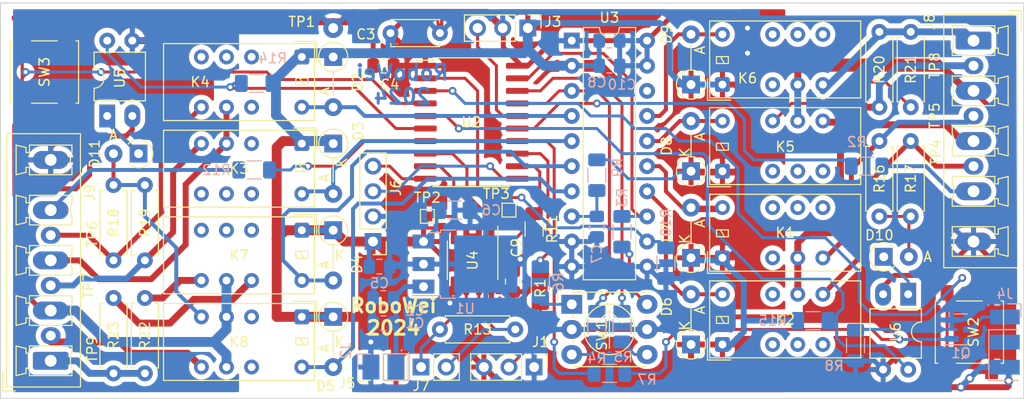
<source format=kicad_pcb>
(kicad_pcb (version 20221018) (generator pcbnew)
  (layers (0 "F.Cu" signal) (31 "B.Cu" signal) (34 "B.Paste" user) (35 "F.Paste" user) (36 "B.SilkS" user "B.Silkscreen") (37 "F.SilkS" user "F.Silkscreen") (38 "B.Mask" user) (39 "F.Mask" user) (44 "Edge.Cuts" user))
  (net 0 "")
  (net 1 "Net-(U3-~{SRCLR})")
  (net 2 "VCC")
  (net 3 "/PE_A")
  (net 4 "/CP_A")
  (net 5 "/PP_A")
  (net 7 "/Out0")
  (net 8 "/Out1")
  (net 10 "/PE_B")
  (net 12 "/CP_B")
  (net 14 "GND")
  (net 15 "/PP_B")
  (net 17 "/Out2")
  (net 18 "/Out3")
  (net 19 "/Out4")
  (net 20 "/Out5")
  (net 21 "/Out6")
  (net 22 "Net-(D1-K)")
  (net 23 "/RX")
  (net 24 "/TX")
  (net 25 "/SDA")
  (net 26 "/SCL")
  (net 27 "/C3")
  (net 28 "/C2")
  (net 29 "/C1")
  (net 30 "Net-(D1-A)")
  (net 31 "/A2")
  (net 32 "Net-(D10-K)")
  (net 33 "Net-(K1-Pad5)")
  (net 41 "Net-(D10-A)")
  (net 42 "Net-(K2-Pad8)")
  (net 43 "Net-(K3-Pad5)")
  (net 47 "Net-(K4-Pad8)")
  (net 51 "/Out7")
  (net 52 "Net-(K5-Pad8)")
  (net 53 "/FinA")
  (net 54 "/FinB")
  (net 55 "/LEDs")
  (net 56 "Net-(R5-Pad1)")
  (net 57 "/A4_CS")
  (net 58 "/PWM_in1")
  (net 59 "/Ta1")
  (net 60 "/Ta2")
  (net 61 "/PWM_in2")
  (net 62 "/DOen")
  (net 63 "/A1_MOSI")
  (net 64 "/A3_SCLK")
  (net 65 "Net-(K5-Pad10)")
  (net 68 "Net-(D11-K)")
  (net 75 "Net-(K7-Pad8)")
  (net 76 "Net-(K7-Pad10)")
  (net 78 "/Derror")
  (net 79 "Net-(K8-Pad8)")
  (net 81 "/PB4_in")
  (net 82 "Net-(J3-Pin_3)")
  (net 83 "/Vin")
  (net 84 "/ModA")
  (net 85 "/ModB")
  (net 86 "Net-(R4-Pad1)")
  (net 87 "Net-(Q1-G)")
  (net 89 "Net-(R3-Pad2)")
  (net 90 "Net-(R6-Pad1)")
  (footprint "TestPoint:TestPoint_Keystone_5000-5004_Miniature" (layer "F.Cu") (at 116.205 47.625 90)
    (fp_text reference "TP6")
    (fp_text value "TP")
  )
  (footprint "Capacitor_THT:C_Disc_D4.7mm_W2.5mm_P5.00mm" (layer "F.Cu") (at 155.575 27.178 180)
    (fp_text reference "C3")
    (fp_text value "1uF")
  )
  (footprint "Diode_THT:D_A-405_P5.08mm_Vertical_AnodeUp" (layer "F.Cu") (at 144.78 55.88 -90)
    (fp_text reference "D5")
    (fp_text value "D")
  )
  (footprint "Resistor_THT:R_Axial_DIN0207_L6.3mm_D2.5mm_P7.62mm_Horizontal" (layer "F.Cu") (at 203.2 34.671 90)
    (fp_text reference "R21")
    (fp_text value "220R")
  )
  (footprint "Diode_THT:D_A-405_P5.08mm_Vertical_AnodeUp" (layer "F.Cu") (at 144.78 47.117 -90)
    (fp_text reference "D4")
    (fp_text value "D")
  )
  (footprint "Diode_THT:D_A-405_P5.08mm_Vertical_AnodeUp" (layer "F.Cu") (at 144.78 38.354 -90)
    (fp_text reference "D3")
    (fp_text value "D")
  )
  (footprint "Diode_THT:D_A-405_P2.54mm_Vertical_AnodeUp" (layer "F.Cu") (at 200.4675 49.805)
    (fp_text reference "D10")
    (fp_text value "1N4001")
  )
  (footprint "Relay_THT:Relay_DPDT_Kemet_EC2" (layer "F.Cu") (at 184.15 41.148 90)
    (fp_text reference "K5")
    (fp_text value "HFD3-005")
  )
  (footprint "Button_Switch_SMD:SW_SPST_B3S-1000" (layer "F.Cu") (at 115.57 31.115 90)
    (fp_text reference "SW3")
    (fp_text value "SW_Push")
  )
  (footprint "Relay_THT:Relay_DPDT_Kemet_EC2" (layer "F.Cu") (at 184.15 32.385 90)
    (fp_text reference "K6")
    (fp_text value "HFD3-005")
  )
  (footprint "Connector_PinHeader_2.54mm:PinHeader_1x02_P2.54mm_Vertical" (layer "F.Cu") (at 153.67 60.96 90)
    (fp_text reference "J7")
    (fp_text value "Con_02")
  )
  (footprint "Diode_THT:D_A-405_P2.54mm_Vertical_AnodeUp" (layer "F.Cu") (at 125.095 39.37 180)
    (fp_text reference "D11")
    (fp_text value "1N4001")
  )
  (footprint "Diode_THT:D_A-405_P5.08mm_Vertical_AnodeUp" (layer "F.Cu") (at 180.975 41.148 90)
    (fp_text reference "D8")
    (fp_text value "D")
  )
  (footprint "Connector_PinHeader_2.54mm:PinHeader_1x03_P2.54mm_Vertical" (layer "F.Cu") (at 164.465 26.67 -90)
    (fp_text reference "J3")
    (fp_text value "Prog")
  )
  (footprint "Diode_THT:D_A-405_P5.08mm_Vertical_AnodeUp" (layer "F.Cu") (at 144.78 29.591 -90)
    (fp_text reference "D2")
    (fp_text value "D")
  )
  (footprint "Package_DIP:DIP-4_W7.62mm" (layer "F.Cu") (at 121.92 35.56 90)
    (fp_text reference "U5")
    (fp_text value "LTV-817")
  )
  (footprint "Capacitor_SMD:C_0805_2012Metric_Pad1.18x1.45mm_HandSolder" (layer "F.Cu") (at 162.941 52.3025 -90)
    (fp_text reference "C9")
    (fp_text value "C")
  )
  (footprint "TestPoint:TestPoint_Keystone_5000-5004_Miniature" (layer "F.Cu") (at 116.205 52.705 90)
    (fp_text reference "TP7")
    (fp_text value "TP")
  )
  (footprint "Connector_Phoenix_MC_HighVoltage:PhoenixContact_MCV_1,5_5-G-5.08_1x05_P5.08mm_Vertical" (layer "F.Cu") (at 209.55 27.94 -90)
    (fp_text reference "J8")
    (fp_text value "ConnA")
  )
  (footprint "Resistor_THT:R_Axial_DIN0207_L6.3mm_D2.5mm_P7.62mm_Horizontal" (layer "F.Cu") (at 122.555 42.545 -90)
    (fp_text reference "R18")
    (fp_text value "R")
  )
  (footprint "Button_Switch_SMD:SW_SPST_B3S-1000" (layer "F.Cu") (at 209.1325 57.425 90)
    (fp_text reference "SW2")
    (fp_text value "SW_Push")
  )
  (footprint "Connector_Phoenix_MC_HighVoltage:PhoenixContact_MCV_1,5_5-G-5.08_1x05_P5.08mm_Vertical" (layer "F.Cu") (at 116.205 60.325 90)
    (fp_text reference "J9")
    (fp_text value "ConnB")
  )
  (footprint "TestPoint:TestPoint_Keystone_5000-5004_Miniature" (layer "F.Cu") (at 144.78 26.67)
    (fp_text reference "TP1")
    (fp_text value "TP")
  )
  (footprint "Relay_THT:Relay_DPDT_Kemet_EC2" (layer "F.Cu") (at 184.15 58.674 90)
    (fp_text reference "K2")
    (fp_text value "HFD3-005")
  )
  (footprint "Capacitor_SMD:C_0805_2012Metric_Pad1.18x1.45mm_HandSolder" (layer "F.Cu") (at 149.86 30.48)
    (fp_text reference "C4")
    (fp_text value "100nF")
  )
  (footprint "TestPoint:TestPoint_Keystone_5000-5004_Miniature" (layer "F.Cu") (at 209.55 30.48 90)
    (fp_text reference "TP8")
    (fp_text value "TP")
  )
  (footprint "Resistor_THT:R_Axial_DIN0207_L6.3mm_D2.5mm_P7.62mm_Horizontal" (layer "F.Cu") (at 122.555 53.975 -90)
    (fp_text reference "R23")
    (fp_text value "220R")
  )
  (footprint "Package_SO:SOIC-20W_7.5x12.8mm_P1.27mm" (layer "F.Cu") (at 158.75 36.195)
    (fp_text reference "U2")
    (fp_text value "ATtiny816-S")
  )
  (footprint "Connector_PinHeader_2.54mm:PinHeader_1x03_P2.54mm_Vertical" (layer "F.Cu") (at 165.1 60.96 -90)
    (fp_text reference "J1")
    (fp_text value "LEDs")
  )
  (footprint "Diode_THT:D_A-405_P5.08mm_Vertical_AnodeUp" (layer "F.Cu") (at 180.975 58.674 90)
    (fp_text reference "D6")
    (fp_text value "D")
  )
  (footprint "TestPoint:TestPoint_Keystone_5000-5004_Miniature" (layer "F.Cu") (at 116.205 57.785 90)
    (fp_text reference "TP9")
    (fp_text value "TP")
  )
  (footprint "Relay_THT:Relay_DPDT_Kemet_EC2" (layer "F.Cu") (at 141.605 29.591 -90)
    (fp_text reference "K4")
    (fp_text value "HFD3-005")
  )
  (footprint "Package_SO:SO-8_3.9x4.9mm_P1.27mm" (layer "F.Cu") (at 158.877 50.165 -90)
    (fp_text reference "U4")
    (fp_text value "MAX485CSA")
  )
  (footprint "Resistor_SMD:R_1206_3216Metric_Pad1.30x1.75mm_HandSolder" (layer "F.Cu") (at 165.735 52.985 90)
    (fp_text reference "R1")
    (fp_text value "120R")
  )
  (footprint "Resistor_THT:R_Axial_DIN0207_L6.3mm_D2.5mm_P7.62mm_Horizontal" (layer "F.Cu") (at 163.195 57.15 180)
    (fp_text reference "R13")
    (fp_text value "120R")
  )
  (footprint "TestPoint:TestPoint_Keystone_5000-5004_Miniature" (layer "F.Cu") (at 209.55 40.64 90)
    (fp_text reference "TP4")
    (fp_text value "TP")
  )
  (footprint "Button_Switch_THT:Nidec_Copal_SH-7010C" (layer "F.Cu") (at 168.91 54.61)
    (fp_text reference "SW1")
    (fp_text value "HexCode")
  )
  (footprint "Connector_PinHeader_2.54mm:PinHeader_1x02_P2.54mm_Vertical" (layer "F.Cu") (at 148.59 60.96 90)
    (fp_text reference "J5")
    (fp_text value "Con_02")
  )
  (footprint "Resistor_THT:R_Axial_DIN0207_L6.3mm_D2.5mm_P7.62mm_Horizontal" (layer "F.Cu") (at 125.73 53.975 -90)
    (fp_text reference "R22")
    (fp_text value "1500k")
  )
  (footprint "Relay_THT:Relay_DPDT_Kemet_EC2" (layer "F.Cu") (at 184.15 49.911 90)
    (fp_text reference "K1")
    (fp_text value "HFD3-005")
  )
  (footprint "TestPoint:TestPoint_Keystone_5000-5004_Miniature" (layer "F.Cu") (at 209.55 35.56 90)
    (fp_text reference "TP5")
    (fp_text value "TP")
  )
  (footprint "Relay_THT:Relay_DPDT_Kemet_EC2" (layer "F.Cu") (at 141.605 47.117 -90)
    (fp_text reference "K7")
    (fp_text value "HFD3-005")
  )
  (footprint "TestPoint:TestPoint_Pad_1.0x1.0mm" (layer "F.Cu") (at 154.305 45.72)
    (fp_text reference "TP2")
    (fp_text value "TP")
  )
  (footprint "Diode_THT:D_A-405_P5.08mm_Vertical_AnodeUp" (layer "F.Cu") (at 180.975 32.385 90)
    (fp_text reference "D9")
    (fp_text value "D")
  )
  (footprint "Resistor_THT:R_Axial_DIN0207_L6.3mm_D2.5mm_P7.62mm_Horizontal" (layer "F.Cu") (at 200.025 38.1 -90)
    (fp_text reference "R17")
    (fp_text value "820")
  )
  (footprint "Resistor_THT:R_Axial_DIN0207_L6.3mm_D2.5mm_P7.62mm_Horizontal" (layer "F.Cu") (at 203.2 45.72 90)
    (fp_text reference "R16")
    (fp_text value "2k8")
  )
  (footprint "Package_DIP:DIP-4_W7.62mm" (layer "F.Cu") (at 202.946 53.594 -90)
    (fp_text reference "U6")
    (fp_text value "LTV-817")
  )
  (footprint "TestPoint:TestPoint_Pad_1.0x1.0mm" (layer "F.Cu") (at 162.56 45.085)
    (fp_text reference "TP3")
    (fp_text value "TP")
  )
  (footprint "Resistor_SMD:R_1206_3216Metric_Pad1.30x1.75mm_HandSolder" (layer "F.Cu") (at 165.1 46.99 -90)
    (fp_text reference "R11")
    (fp_text value "8,2k")
  )
  (footprint "Relay_THT:Relay_DPDT_Kemet_EC2" (layer "F.Cu") (at 141.605 38.354 -90)
    (fp_text reference "K3")
    (fp_text value "HFD3-005")
  )
  (footprint "Connector_PinHeader_2.54mm:PinHeader_1x04_P2.54mm_Vertical" (layer "F.Cu") (at 148.8075 48.26 180)
    (fp_text reference "J6")
    (fp_text value "Conn_01x04_Female")
  )
  (footprint "Relay_THT:Relay_DPDT_Kemet_EC2" (layer "F.Cu") (at 141.605 55.88 -90)
    (fp_text reference "K8")
    (fp_text value "HFD3-005")
  )
  (footprint "Resistor_THT:R_Axial_DIN0207_L6.3mm_D2.5mm_P7.62mm_Horizontal" (layer "F.Cu") (at 125.73 50.165 90)
    (fp_text reference "R19")
    (fp_text value "R")
  )
  (footprint "Package_DIP:DIP-20_W7.62mm" (layer "F.Cu") (at 168.91 27.94)
    (fp_text reference "U3")
    (fp_text value "TPIC6B595")
  )
  (footprint "Resistor_THT:R_Axial_DIN0207_L6.3mm_D2.5mm_P7.62mm_Horizontal" (layer "F.Cu") (at 200.025 34.671 90)
    (fp_text reference "R20")
    (fp_text value "1k5")
  )
  (footprint "Diode_THT:D_A-405_P5.08mm_Vertical_AnodeUp" (layer "F.Cu") (at 180.975 49.911 90)
    (fp_text reference "D7")
    (fp_text value "D")
  )
  (footprint "Capacitor_SMD:C_0805_2012Metric_Pad1.18x1.45mm_HandSolder" (layer "B.Cu") (at 172.72 30.48)
    (fp_text reference "C8")
    (fp_text value "1uF")
  )
  (footprint "Package_TO_SOT_SMD:TO-252-3_TabPin2" (layer "B.Cu") (at 158.115 50.545)
    (fp_text reference "U1")
    (fp_text value "LM7805_TO220")
  )
  (footprint "Package_TO_SOT_SMD:SOT-23" (layer "B.Cu") (at 208.28 57.15)
    (fp_text reference "Q1")
    (fp_text value "IRLL014")
  )
  (footprint "Resistor_SMD:R_1206_3216Metric_Pad1.30x1.75mm_HandSolder" (layer "B.Cu") (at 173.99 47.27 -90)
    (fp_text reference "R3")
    (fp_text value "2k")
  )
  (footprint "Capacitor_SMD:C_0805_2012Metric_Pad1.18x1.45mm_HandSolder" (layer "B.Cu") (at 149.86 53.975 180)
    (fp_text reference "C2")
    (fp_text value "1uF")
  )
  (footprint "Capacitor_SMD:C_0805_2012Metric_Pad1.18x1.45mm_HandSolder" (layer "B.Cu") (at 171.45 46.7575 90)
    (fp_text reference "C7")
    (fp_text value "100nF")
  )
  (footprint "Resistor_SMD:R_1206_3216Metric_Pad1.30x1.75mm_HandSolder" (layer "B.Cu") (at 136.779 41.021)
    (fp_text reference "R12")
    (fp_text value "120R")
  )
  (footprint "Resistor_SMD:R_1206_3216Metric_Pad1.30x1.75mm_HandSolder" (layer "B.Cu") (at 178.435 50.445 90)
    (fp_text reference "R10")
    (fp_text value "4k7")
  )
  (footprint "Connector_PinHeader_2.54mm:PinHeader_1x02_P2.54mm_Vertical" (layer "B.Cu") (at 148.59 60.96 -90)
    (fp_text reference "J2")
    (fp_text value "Con_02")
  )
  (footprint "Capacitor_SMD:C_0805_2012Metric_Pad1.18x1.45mm_HandSolder" (layer "B.Cu") (at 149.86 56.515 180)
    (fp_text reference "C1")
    (fp_text value "100nF")
  )
  (footprint "Resistor_SMD:R_1206_3216Metric_Pad1.30x1.75mm_HandSolder" (layer "B.Cu") (at 165.735 52.35 90)
    (fp_text reference "R6")
    (fp_text value "2k")
  )
  (footprint "Resistor_SMD:R_1206_3216Metric_Pad1.30x1.75mm_HandSolder" (layer "B.Cu") (at 197.612 58.775 -90)
    (fp_text reference "R8")
    (fp_text value "20k")
  )
  (footprint "Resistor_SMD:R_1206_3216Metric_Pad1.30x1.75mm_HandSolder" (layer "B.Cu") (at 198.729 40.64 180)
    (fp_text reference "R2")
    (fp_text value "120R")
  )
  (footprint "Resistor_SMD:R_1206_3216Metric_Pad1.30x1.75mm_HandSolder" (layer "B.Cu") (at 193.32 56.261)
    (fp_text reference "R15")
    (fp_text value "1k")
  )
  (footprint "Capacitor_SMD:C_0805_2012Metric_Pad1.18x1.45mm_HandSolder" (layer "B.Cu") (at 172.72 27.94)
    (fp_text reference "C10")
    (fp_text value "100nF")
  )
  (footprint "Connector_PinHeader_2.54mm:PinHeader_1x03_P2.54mm_Vertical" (layer "B.Cu") (at 212.725 55.895 180)
    (fp_text reference "J4")
    (fp_text value "Aux")
  )
  (footprint "Capacitor_SMD:C_1206_3216Metric_Pad1.33x1.80mm_HandSolder" (layer "B.Cu") (at 157.0605 45.085)
    (fp_text reference "C6")
    (fp_text value "100nF")
  )
  (footprint "Resistor_SMD:R_1206_3216Metric_Pad1.30x1.75mm_HandSolder" (layer "B.Cu") (at 173.99 56.87 90)
    (fp_text reference "R5")
    (fp_text value "2k")
  )
  (footprint "Resistor_SMD:R_1206_3216Metric_Pad1.30x1.75mm_HandSolder" (layer "B.Cu") (at 172.72 61.595)
    (fp_text reference "R7")
    (fp_text value "120R")
  )
  (footprint "Resistor_SMD:R_1206_3216Metric_Pad1.30x1.75mm_HandSolder" (layer "B.Cu") (at 171.45 56.87 90)
    (fp_text reference "R4")
    (fp_text value "2k")
  )
  (footprint "Resistor_SMD:R_1206_3216Metric_Pad1.30x1.75mm_HandSolder" (layer "B.Cu") (at 137.033 32.258 180)
    (fp_text reference "R14")
    (fp_text value "1k")
  )
  (footprint "Capacitor_SMD:C_0805_2012Metric_Pad1.18x1.45mm_HandSolder" (layer "B.Cu") (at 149.4575 50.8)
    (fp_text reference "C5")
    (fp_text value "1uF")
  )
  (footprint "Resistor_SMD:R_1206_3216Metric_Pad1.30x1.75mm_HandSolder" (layer "B.Cu") (at 171.45 41.55 -90)
    (fp_text reference "R9")
    (fp_text value "4k7")
  )
  (gr_line (start 214.63 64.135) (end 214.63 24.13) (stroke (width 0.1)) (layer "Edge.Cuts"))
  (gr_line (start 111.125 24.13) (end 111.125 64.135) (stroke (width 0.1)) (layer "Edge.Cuts"))
  (gr_line (start 111.125 64.135) (end 214.63 64.135) (stroke (width 0.1)) (layer "Edge.Cuts"))
  (gr_line (start 214.63 24.13) (end 111.125 24.13) (stroke (width 0.1)) (layer "Edge.Cuts"))
  (gr_text "RoboWei\n2024" (at 151.765 32.385) (layer "B.Cu") (effects (font (size 1.5 1.5) (thickness 0.3)) (justify mirror)))
  (gr_text "RoboWei\n2024" (at 150.876 55.88) (layer "F.SilkS") (effects (font (size 1.4 1.4) (thickness 0.3))))
  (segment (start 171.45 45.72) (end 171.45 43.1) (width 0.3) (layer "B.Cu") (net 1))
  (segment (start 170.815 45.72) (end 168.91 45.72) (width 0.3) (layer "B.Cu") (net 1))
  (segment (start 153.915 48.265) (end 145.928 48.265) (width 1) (layer "F.Cu") (net 2))
  (segment (start 186.182 33.147) (end 185.42 32.385) (width 0.6) (layer "F.Cu") (net 2))
  (segment (start 145.928 48.265) (end 144.78 47.117) (width 1) (layer "F.Cu") (net 2))
  (segment (start 180.975 60.706) (end 180.975 59.055) (width 0.6) (layer "F.Cu") (net 2))
  (segment (start 185.42 32.385) (end 180.975 32.385) (width 0.6) (layer "F.Cu") (net 2))
  (segment (start 144.78 38.1) (end 139.7 38.1) (width 1) (layer "F.Cu") (net 2))
  (segment (start 189.611 62.484) (end 188.0235 60.8965) (width 0.6) (layer "F.Cu") (net 2))
  (segment (start 151.13 60.96) (end 151.384 61.214) (width 0.8) (layer "F.Cu") (net 2))
  (segment (start 139.065 48.006) (end 139.065 55.88) (width 1) (layer "F.Cu") (net 2))
  (segment (start 151.13 56.515) (end 151.13 60.96) (width 1) (layer "F.Cu") (net 2))
  (segment (start 161.382 53.34) (end 160.782 52.74) (width 0.5) (layer "F.Cu") (net 2))
  (segment (start 179.07 62.611) (end 180.975 60.706) (width 0.6) (layer "F.Cu") (net 2))
  (segment (start 188.0235 60.8965) (end 186.817 59.69) (width 0.6) (layer "F.Cu") (net 2))
  (segment (start 154.1 30.48) (end 150.8975 30.48) (width 0.6) (layer "F.Cu") (net 2))
  (segment (start 160.02 60.96) (end 158.115 59.055) (width 0.6) (layer "F.Cu") (net 2))
  (segment (start 213.106 62.865) (end 213.106 62.357) (width 0.6) (layer "F.Cu") (net 2))
  (segment (start 139.7 38.1) (end 139.065 38.735) (width 1) (layer "F.Cu") (net 2))
  (segment (start 139.065 46.99) (end 139.065 48.006) (width 1) (layer "F.Cu") (net 2))
  (segment (start 184.15 58.674) (end 185.801 58.674) (width 0.6) (layer "F.Cu") (net 2))
  (segment (start 158.115 59.055) (end 152.4 59.055) (width 0.6) (layer "F.Cu") (net 2))
  (segment (start 186.182 41.275) (end 186.182 48.514) (width 0.6) (layer "F.Cu") (net 2))
  (segment (start 163.322 53.34) (end 161.382 53.34) (width 0.5) (layer "F.Cu") (net 2))
  (segment (start 144.78 47.117) (end 139.954 47.117) (width 1) (layer "F.Cu") (net 2))
  (segment (start 144.78 55.88) (end 150.495 55.88) (width 1) (layer "F.Cu") (net 2))
  (segment (start 184.785 49.911) (end 186.182 48.514) (width 0.6) (layer "F.Cu") (net 2))
  (segment (start 208.28 62.992) (end 212.979 62.992) (width 0.6) (layer "F.Cu") (net 2))
  (segment (start 190.119 62.992) (end 189.611 62.484) (width 0.6) (layer "F.Cu") (net 2))
  (segment (start 160.02 60.96) (end 161.671 62.611) (width 0.6) (layer "F.Cu") (net 2))
  (segment (start 149.098 48.26) (end 148.8075 48.26) (width 1) (layer "F.Cu") (net 2))
  (segment (start 208.28 62.992) (end 190.119 62.992) (width 0.6) (layer "F.Cu") (net 2))
  (segment (start 156.469 50.419) (end 159.766 50.419) (width 0.5) (layer "F.Cu") (net 2))
  (segment (start 186.182 41.275) (end 186.182 33.147) (width 0.6) (layer "F.Cu") (net 2))
  (segment (start 184.15 41.275) (end 186.182 41.275) (width 0.6) (layer "F.Cu") (net 2))
  (segment (start 139.065 55.88) (end 144.78 55.88) (width 1) (layer "F.Cu") (net 2))
  (segment (start 184.15 41.275) (end 180.975 41.275) (width 0.6) (layer "F.Cu") (net 2))
  (segment (start 186.182 59.055) (end 188.0235 60.8965) (width 0.5) (layer "F.Cu") (net 2))
  (segment (start 151.13 56.515) (end 151.13 50.292) (width 1) (layer "F.Cu") (net 2))
  (segment (start 160.782 51.435) (end 160.782 52.74) (width 0.5) (layer "F.Cu") (net 2))
  (segment (start 180.975 49.911) (end 184.785 49.911) (width 0.6) (layer "F.Cu") (net 2))
  (segment (start 154.315 48.265) (end 156.469 50.419) (width 0.5) (layer "F.Cu") (net 2))
  (segment (start 152.4 59.055) (end 151.13 60.325) (width 0.6) (layer "F.Cu") (net 2))
  (segment (start 212.979 62.992) (end 213.106 62.865) (width 0.6) (layer "F.Cu") (net 2))
  (segment (start 151.13 50.292) (end 149.098 48.26) (width 1) (layer "F.Cu") (net 2))
  (segment (start 180.975 58.674) (end 184.15 58.674) (width 0.6) (layer "F.Cu") (net 2))
  (segment (start 139.065 38.735) (end 139.065 46.99) (width 1) (layer "F.Cu") (net 2))
  (segment (start 161.671 62.611) (end 179.07 62.611) (width 0.6) (layer "F.Cu") (net 2))
  (segment (start 151.13 60.325) (end 151.13 60.96) (width 0.6) (layer "F.Cu") (net 2))
  (segment (start 153.915 48.265) (end 154.315 48.265) (width 0.5) (layer "F.Cu") (net 2))
  (segment (start 150.8975 30.48) (end 150.8975 27.6275) (width 0.6) (layer "F.Cu") (net 2))
  (segment (start 185.801 58.674) (end 189.611 62.484) (width 0.6) (layer "F.Cu") (net 2))
  (segment (start 150.495 55.88) (end 151.13 56.515) (width 1) (layer "F.Cu") (net 2))
  (segment (start 160.782 51.435) (end 159.766 50.419) (width 0.5) (layer "F.Cu") (net 2))
  (segment (start 208.28 62.992) (end 209.042 62.23) (width 0.6) (layer "F.Cu") (net 2))
  (segment (start 139.954 47.117) (end 139.065 48.006) (width 1) (layer "F.Cu") (net 2))
  (segment (start 150.8975 27.6275) (end 150.575 27.305) (width 0.6) (layer "F.Cu") (net 2))
  (via (at 209.169 62.103) (size 0.9) (drill 0.5) (layers "F.Cu" "B.Cu") (net 2))
  (via (at 208.28 62.992) (size 0.9) (drill 0.5) (layers "F.Cu" "B.Cu") (net 2))
  (via (at 213.106 62.357) (size 0.9) (drill 0.5) (layers "F.Cu" "B.Cu") (net 2))
  (segment (start 177.8 26.162) (end 164.973 26.162) (width 0.6) (layer "B.Cu") (net 2))
  (segment (start 166.116 30.48) (end 168.91 30.48) (width 1) (layer "B.Cu") (net 2))
  (segment (start 178.816 27.178) (end 177.8 26.162) (width 0.6) (layer "B.Cu") (net 2))
  (segment (start 164.465 28.829) (end 166.116 30.48) (width 1) (layer "B.Cu") (net 2))
  (segment (start 141.605 47.117) (end 144.78 47.117) (width 0.6) (layer "B.Cu") (net 2))
  (segment (start 186.182 52.197) (end 184.15 50.165) (width 0.6) (layer "B.Cu") (net 2))
  (segment (start 148.42 50.8) (end 148.42 48.6475) (width 0.5) (layer "B.Cu") (net 2))
  (segment (start 178.816 31.115) (end 178.816 27.178) (width 0.6) (layer "B.Cu") (net 2))
  (segment (start 164.465 26.67) (end 164.465 28.829) (width 1) (layer "B.Cu") (net 2))
  (segment (start 141.605 38.1) (end 138.99 35.485) (width 1) (layer "B.Cu") (net 2))
  (segment (start 144.78 29.21) (end 150.495 29.21) (width 1) (layer "B.Cu") (net 2))
  (segment (start 150.495 29.21) (end 150.575 29.13) (width 1) (layer "B.Cu") (net 2))
  (segment (start 184.15 32.385) (end 180.975 32.385) (width 0.6) (layer "B.Cu") (net 2))
  (segment (start 164.973 26.162) (end 164.465 26.67) (width 0.6) (layer "B.Cu") (net 2))
  (segment (start 148.42 48.6475) (end 148.8075 48.26) (width 0.5) (layer "B.Cu") (net 2))
  (segment (start 186.309 56.261) (end 191.77 56.261) (width 0.6) (layer "B.Cu") (net 2))
  (segment (start 208.28 62.992) (end 209.169 62.103) (width 0.6) (layer "B.Cu") (net 2))
  (segment (start 184.15 59.055) (end 184.785 59.055) (width 0.5) (layer "B.Cu") (net 2))
  (segment (start 180.721 33.02) (end 178.816 31.115) (width 0.6) (layer "B.Cu") (net 2))
  (segment (start 172.715 40) (end 171.45 40) (width 0.3) (layer "B.Cu") (net 2))
  (segment (start 150.495 29.21) (end 164.084 29.21) (width 1) (layer "B.Cu") (net 2))
  (segment (start 139.065 31.75) (end 141.605 29.21) (width 1) (layer "B.Cu") (net 2))
  (segment (start 179.705 41.275) (end 180.975 41.275) (width 0.3) (layer "B.Cu") (net 2))
  (segment (start 212.725 60.975) (end 210.297 60.975) (width 0.6) (layer "B.Cu") (net 2))
  (segment (start 186.309 52.197) (end 186.182 52.197) (width 0.6) (layer "B.Cu") (net 2))
  (segment (start 210.297 60.975) (end 209.169 62.103) (width 0.6) (layer "B.Cu") (net 2))
  (segment (start 171.6825 30.48) (end 168.91 30.48) (width 0.5) (layer "B.Cu") (net 2))
  (segment (start 180.975 50.165) (end 184.15 50.165) (width 0.6) (layer "B.Cu") (net 2))
  (segment (start 138.99 35.485) (end 138.99 31.75) (width 1) (layer "B.Cu") (net 2))
  (segment (start 171.6825 27.94) (end 171.6825 30.48) (width 0.5) (layer "B.Cu") (net 2))
  (segment (start 180.975 32.385) (end 180.721 32.385) (width 0.6) (layer "B.Cu") (net 2))
  (segment (start 186.309 56.261) (end 186.309 56.642) (width 0.6) (layer "B.Cu") (net 2))
  (segment (start 174.625 41.91) (end 172.715 40) (width 0.3) (layer "B.Cu") (net 2))
  (segment (start 179.07 41.91) (end 179.705 41.275) (width 0.3) (layer "B.Cu") (net 2))
  (segment (start 184.658 59.055) (end 184.15 59.055) (width 0.6) (layer "B.Cu") (net 2))
  (segment (start 141.605 55.88) (end 144.78 55.88) (width 0.6) (layer "B.Cu") (net 2))
  (segment (start 174.625 41.91) (end 179.07 41.91) (width 0.3) (layer "B.Cu") (net 2))
  (segment (start 164.084 29.21) (end 164.465 28.829) (width 1) (layer "B.Cu") (net 2))
  (segment (start 186.309 57.404) (end 184.658 59.055) (width 0.6) (layer "B.Cu") (net 2))
  (segment (start 186.309 56.642) (end 186.309 57.404) (width 0.6) (layer "B.Cu") (net 2))
  (segment (start 213.106 61.356) (end 212.725 60.975) (width 0.6) (layer "B.Cu") (net 2))
  (segment (start 155.1725 47.0075) (end 153.915 48.265) (width 0.5) (layer "B.Cu") (net 2))
  (segment (start 144.78 29.21) (end 141.605 29.21) (width 1) (layer "B.Cu") (net 2))
  (segment (start 213.106 62.357) (end 213.106 61.356) (width 0.6) (layer "B.Cu") (net 2))
  (segment (start 155.1725 45.085) (end 155.1725 47.0075) (width 0.5) (layer "B.Cu") (net 2))
  (segment (start 150.575 29.13) (end 150.575 27.305) (width 1) (layer "B.Cu") (net 2))
  (segment (start 138.99 31.75) (end 139.065 31.75) (width 0.6) (layer "B.Cu") (net 2))
  (segment (start 186.309 52.197) (end 186.309 56.261) (width 0.6) (layer "B.Cu") (net 2))
  (segment (start 144.78 38.1) (end 141.605 38.1) (width 1) (layer "B.Cu") (net 2))
  (segment (start 191.77 32.385) (end 191.77 31.115) (width 0.7) (layer "F.Cu") (net 3))
  (segment (start 200.406 52.832) (end 201.549 51.689) (width 0.5) (layer "F.Cu") (net 3))
  (segment (start 206.629 46.101) (end 207.518 45.212) (width 0.5) (layer "F.Cu") (net 3))
  (segment (start 208.85 33.02) (end 209.55 33.02) (width 0.7) (layer "F.Cu") (net 3))
  (segment (start 212.344 44.577) (end 212.344 35.814) (width 0.5) (layer "F.Cu") (net 3))
  (segment (start 200.406 53.594) (end 200.406 52.832) (width 0.5) (layer "F.Cu") (net 3))
  (segment (start 212.344 35.814) (end 209.55 33.02) (width 0.5) (layer "F.Cu") (net 3))
  (segment (start 192.786 30.734) (end 206.564 30.734) (width 0.7) (layer "F.Cu") (net 3))
  (segment (start 205.929 30.099) (end 208.85 33.02) (width 0.7) (layer "F.Cu") (net 3))
  (segment (start 211.709 45.212) (end 212.344 44.577) (width 0.5) (layer "F.Cu") (net 3))
  (segment (start 201.549 51.689) (end 204.216 51.689) (width 0.5) (layer "F.Cu") (net 3))
  (segment (start 204.216 51.689) (end 206.629 49.276) (width 0.5) (layer "F.Cu") (net 3))
  (segment (start 206.629 49.276) (end 206.629 46.101) (width 0.5) (layer "F.Cu") (net 3))
  (segment (start 206.564 30.734) (end 208.85 33.02) (width 0.7) (layer "F.Cu") (net 3))
  (segment (start 191.77 31.115) (end 192.786 30.099) (width 0.7) (layer "F.Cu") (net 3))
  (segment (start 207.518 45.212) (end 211.709 45.212) (width 0.5) (layer "F.Cu") (net 3))
  (segment (start 192.786 30.099) (end 205.929 30.099) (width 0.7) (layer "F.Cu") (net 3))
  (segment (start 191.77 34.417) (end 191.77 32.385) (width 0.7) (layer "B.Cu") (net 3))
  (segment (start 191.77 34.417) (end 191.77 36.195) (width 0.7) (layer "B.Cu") (net 3))
  (segment (start 195.072 47.371) (end 192.786 47.371) (width 0.7) (layer "F.Cu") (net 4))
  (segment (start 196.088 46.355) (end 195.072 47.371) (width 0.7) (layer "F.Cu") (net 4))
  (segment (start 192.786 47.371) (end 191.77 48.387) (width 0.7) (layer "F.Cu") (net 4))
  (segment (start 197.8914 36.7284) (end 196.088 38.5318) (width 0.7) (layer "F.Cu") (net 4))
  (segment (start 209.55 38.1) (end 208.404022 38.1) (width 0.7) (layer "F.Cu") (net 4))
  (segment (start 196.088 38.5318) (end 196.088 46.355) (width 0.7) (layer "F.Cu") (net 4))
  (segment (start 191.77 48.387) (end 191.77 53.975) (width 0.7) (layer "F.Cu") (net 4))
  (segment (start 198.169311 36.450489) (end 197.8914 36.7284) (width 0.7) (layer "F.Cu") (net 4))
  (segment (start 206.754511 36.450489) (end 198.169311 36.450489) (width 0.7) (layer "F.Cu") (net 4))
  (segment (start 208.404022 38.1) (end 206.754511 36.450489) (width 0.7) (layer "F.Cu") (net 4))
  (segment (start 208.661 27.051) (end 209.55 27.94) (width 0.7) (layer "B.Cu") (net 5))
  (segment (start 200.025 27.305) (end 200.025 27.051) (width 0.7) (layer "B.Cu") (net 5))
  (segment (start 200.025 27.051) (end 208.661 27.051) (width 0.7) (layer "B.Cu") (net 5))
  (segment (start 194.31 33.02) (end 200.025 27.305) (width 0.7) (layer "B.Cu") (net 5))
  (segment (start 147.955 35.56) (end 147.32 34.925) (width 0.4) (layer "B.Cu") (net 7))
  (segment (start 147.066 34.671) (end 147.32 34.925) (width 0.4) (layer "B.Cu") (net 7))
  (segment (start 144.78 34.671) (end 141.605 34.671) (width 0.4) (layer "B.Cu") (net 7))
  (segment (start 168.91 35.56) (end 147.955 35.56) (width 0.4) (layer "B.Cu") (net 7))
  (segment (start 144.78 34.671) (end 147.066 34.671) (width 0.4) (layer "B.Cu") (net 7))
  (segment (start 144.78 41.021) (end 144.78 43.18) (width 0.4) (layer "B.Cu") (net 8))
  (segment (start 147.701 38.1) (end 144.78 41.021) (width 0.4) (layer "B.Cu") (net 8))
  (segment (start 141.605 43.18) (end 144.78 43.18) (width 0.4) (layer "B.Cu") (net 8))
  (segment (start 168.91 38.1) (end 147.701 38.1) (width 0.4) (layer "B.Cu") (net 8))
  (segment (start 114.3 42.926) (end 118.745 42.926) (width 0.5) (layer "F.Cu") (net 10))
  (segment (start 120.142 41.529) (end 120.142 39.116) (width 0.5) (layer "F.Cu") (net 10))
  (segment (start 124.46 35.56) (end 124.46 36.957) (width 0.5) (layer "F.Cu") (net 10))
  (segment (start 118.745 42.926) (end 120.142 41.529) (width 0.5) (layer "F.Cu") (net 10))
  (segment (start 121.285 37.592) (end 120.142 38.735) (width 0.5) (layer "F.Cu") (net 10))
  (segment (start 123.825 37.592) (end 121.285 37.592) (width 0.5) (layer "F.Cu") (net 10))
  (segment (start 124.46 36.957) (end 123.825 37.592) (width 0.5) (layer "F.Cu") (net 10))
  (segment (start 116.205 55.245) (end 115.316 55.245) (width 0.5) (layer "F.Cu") (net 10))
  (segment (start 113.284 53.213) (end 113.284 43.942) (width 0.5) (layer "F.Cu") (net 10))
  (segment (start 115.316 55.245) (end 113.284 53.213) (width 0.5) (layer "F.Cu") (net 10))
  (segment (start 113.284 43.942) (end 114.3 42.926) (width 0.5) (layer "F.Cu") (net 10))
  (segment (start 133.985 59.69) (end 133.985 60.96) (width 1) (layer "B.Cu") (net 10))
  (segment (start 132.715 58.42) (end 133.985 59.69) (width 1) (layer "B.Cu") (net 10))
  (segment (start 118.745 55.245) (end 116.205 55.245) (width 1) (layer "B.Cu") (net 10))
  (segment (start 121.92 58.42) (end 118.745 55.245) (width 1) (layer "B.Cu") (net 10))
  (segment (start 133.985 55.88) (end 133.985 57.15) (width 1) (layer "B.Cu") (net 10))
  (segment (start 133.985 57.15) (end 133.35 57.785) (width 1) (layer "B.Cu") (net 10))
  (segment (start 132.715 58.42) (end 121.92 58.42) (width 1) (layer "B.Cu") (net 10))
  (segment (start 133.35 57.785) (end 132.715 58.42) (width 1) (layer "B.Cu") (net 10))
  (segment (start 133.985 55.88) (end 133.985 52.197) (width 1) (layer "B.Cu") (net 10))
  (segment (start 133.985 38.354) (end 129.8575 42.4815) (width 0.6) (layer "F.Cu") (net 12))
  (segment (start 129.8575 42.4815) (end 129.8575 48.5775) (width 0.6) (layer "F.Cu") (net 12))
  (segment (start 119.126 50.165) (end 121.031 52.07) (width 0.6) (layer "F.Cu") (net 12))
  (segment (start 133.985 38.354) (end 133.985 34.671) (width 0.6) (layer "F.Cu") (net 12))
  (segment (start 129.8575 48.5775) (end 126.365 52.07) (width 0.6) (layer "F.Cu") (net 12))
  (segment (start 116.205 50.165) (end 119.126 50.165) (width 0.6) (layer "F.Cu") (net 12))
  (segment (start 126.365 52.07) (end 121.031 52.07) (width 0.6) (layer "F.Cu") (net 12))
  (segment (start 202.057 59.563) (end 203.835 59.563) (width 0.5) (layer "F.Cu") (net 14))
  (segment (start 128.27 27.94) (end 124.46 27.94) (width 0.7) (layer "F.Cu") (net 14))
  (segment (start 148.8225 30.48) (end 148.8225 26.2675) (width 0.5) (layer "F.Cu") (net 14))
  (segment (start 149.5425 25.0825) (end 155.8925 25.0825) (width 0.7) (layer "F.Cu") (net 14))
  (segment (start 179.07 25.4) (end 185.42 25.4) (width 0.5) (layer "F.Cu") (net 14))
  (segment (start 155.575 25.4) (end 155.575 27.305) (width 0.7) (layer "F.Cu") (net 14))
  (segment (start 117.82 27.14) (end 117.82 26.579) (width 0.5) (layer "F.Cu") (net 14))
  (segment (start 148.59 60.96) (end 148.59 58.42) (width 0.5) (layer "F.Cu") (net 14))
  (segment (start 176.53 30.48) (end 176.53 27.94) (width 0.5) (layer "F.Cu") (net 14))
  (segment (start 155.8925 25.0825) (end 155.575 25.4) (width 0.7) (layer "F.Cu") (net 14))
  (segment (start 156.591 54.483) (end 156.591 53.121) (width 0.5) (layer "F.Cu") (net 14))
  (segment (start 205.105 58.293) (end 205.105 55.88) (width 0.5) (layer "F.Cu") (net 14))
  (segment (start 163.83 30.48) (end 161.98952 28.63952) (width 0.5) (layer "F.Cu") (net 14))
  (segment (start 148.59 26.035) (end 149.5425 25.0825) (width 0.7) (layer "F.Cu") (net 14))
  (segment (start 164.465 30.48) (end 163.83 30.48) (width 0.5) (layer "F.Cu") (net 14))
  (segment (start 131.699 26.035) (end 130.175 26.035) (width 0.7) (layer "F.Cu") (net 14))
  (segment (start 163.703 50.038) (end 163.703 50.503) (width 0.5) (layer "F.Cu") (net 14))
  (segment (start 205.105 52.705) (end 209.55 48.26) (width 0.5) (layer "F.Cu") (net 14))
  (segment (start 160.3375 25.0825) (end 161.925 26.67) (width 0.7) (layer "F.Cu") (net 14))
  (segment (start 168.91 27.94) (end 167.005 27.94) (width 0.5) (layer "F.Cu") (net 14))
  (segment (start 130.175 26.035) (end 128.27 27.94) (width 0.7) (layer "F.Cu") (net 14))
  (segment (start 168.91 27.94) (end 176.53 27.94) (width 0.5) (layer "F.Cu") (net 14))
  (segment (start 163.703 50.503) (end 162.941 51.265) (width 0.5) (layer "F.Cu") (net 14))
  (segment (start 161.98952 26.73452) (end 161.925 26.67) (width 0.5) (layer "F.Cu") (net 14))
  (segment (start 117.82 26.579) (end 118.364 26.035) (width 0.5) (layer "F.Cu") (net 14))
  (segment (start 211.3825 61.4) (end 211.3825 50.0925) (width 0.5) (layer "F.Cu") (net 14))
  (segment (start 165.1 48.54) (end 165.1 48.641) (width 0.5) (layer "F.Cu") (net 14))
  (segment (start 156.591 53.121) (end 156.972 52.74) (width 0.5) (layer "F.Cu") (net 14))
  (segment (start 155.8925 25.0825) (end 160.3375 25.0825) (width 0.7) (layer "F.Cu") (net 14))
  (segment (start 148.8225 26.2675) (end 148.59 26.035) (width 0.5) (layer "F.Cu") (net 14))
  (segment (start 117.82 37.12) (end 117.82 27.14) (width 0.5) (layer "F.Cu") (net 14))
  (segment (start 161.98952 28.63952) (end 161.98952 26.73452) (width 0.5) (layer "F.Cu") (net 14))
  (segment (start 116.205 38.735) (end 117.82 37.12) (width 0.5) (layer "F.Cu") (net 14))
  (segment (start 176.53 27.94) (end 179.07 25.4) (width 0.5) (layer "F.Cu") (net 14))
  (segment (start 200.406 61.214) (end 202.057 59.563) (width 0.5) (layer "F.Cu") (net 14))
  (segment (start 176.53 57.15) (end 177.8 57.15) (width 0.5) (layer "F.Cu") (net 14))
  (segment (start 179.07 55.88) (end 205.105 55.88) (width 0.5) (layer "F.Cu") (net 14))
  (segment (start 116.205 40.005) (end 116.205 38.735) (width 0.5) (layer "F.Cu") (net 14))
  (segment (start 203.835 59.563) (end 205.105 58.293) (width 0.5) (layer "F.Cu") (net 14))
  (segment (start 176.53 57.15) (end 168.91 57.15) (width 0.5) (layer "F.Cu") (net 14))
  (segment (start 118.364 26.035) (end 130.175 26.035) (width 0.5) (layer "F.Cu") (net 14))
  (segment (start 148.59 26.035) (end 131.699 26.035) (width 0.7) (layer "F.Cu") (net 14))
  (segment (start 165.1 48.641) (end 163.703 50.038) (width 0.5) (layer "F.Cu") (net 14))
  (segment (start 185.42 25.4) (end 186.69 26.67) (width 0.5) (layer "F.Cu") (net 14))
  (segment (start 186.69 26.67) (end 186.69 29.21) (width 0.5) (layer "F.Cu") (net 14))
  (segment (start 177.8 57.15) (end 179.07 55.88) (width 0.5) (layer "F.Cu") (net 14))
  (segment (start 205.105 55.88) (end 205.105 52.705) (width 0.5) (layer "F.Cu") (net 14))
  (segment (start 167.005 27.94) (end 164.465 30.48) (width 0.5) (layer "F.Cu") (net 14))
  (segment (start 211.3825 50.0925) (end 209.55 48.26) (width 0.5) (layer "F.Cu") (net 14))
  (via (at 186.69 29.21) (size 0.9) (drill 0.5) (layers "F.Cu" "B.Cu") (net 14))
  (via (at 148.59 58.42) (size 0.9) (drill 0.5) (layers "F.Cu" "B.Cu") (net 14))
  (via (at 186.69 26.67) (size 0.9) (drill 0.5) (layers "F.Cu" "B.Cu") (net 14))
  (via (at 156.591 54.483) (size 0.9) (drill 0.5) (layers "F.Cu" "B.Cu") (net 14))
  (via (at 163.703 50.038) (size 0.9) (drill 0.5) (layers "F.Cu" "B.Cu") (net 14))
  (segment (start 148.8225 53.975) (end 148.8225 53.1075) (width 0.5) (layer "B.Cu") (net 14))
  (segment (start 187.6425 30.1625) (end 187.6425 37.1475) (width 0.5) (layer "B.Cu") (net 14))
  (segment (start 177.725 51.995) (end 176.53 50.8) (width 0.5) (layer "B.Cu") (net 14))
  (segment (start 188.595 38.1) (end 198.12 38.1) (width 0.5) (layer "B.Cu") (net 14))
  (segment (start 154.94 43.18) (end 157.48 43.18) (width 0.5) (layer "B.Cu") (net 14))
  (segment (start 199.39 43.18) (end 203.835 43.18) (width 0.5) (layer "B.Cu") (net 14))
  (segment (start 148.8225 53.1075) (end 150.495 51.435) (width 0.5) (layer "B.Cu") (net 14))
  (segment (start 160.215 46.677) (end 160.215 50.545) (width 0.5) (layer "B.Cu") (net 14))
  (segment (start 199.517 60.325) (end 197.612 60.325) (width 0.5) (layer "B.Cu") (net 14))
  (segment (start 148.59 60.96) (end 148.59 54.2075) (width 0.5) (layer "B.Cu") (net 14))
  (segment (start 160.215 50.545) (end 160.215 51.63) (width 0.5) (layer "B.Cu") (net 14))
  (segment (start 198.12 38.1) (end 198.755 38.735) (width 0.5) (layer "B.Cu") (net 14))
  (segment (start 187.6425 37.1475) (end 188.595 38.1) (width 0.5) (layer "B.Cu") (net 14))
  (segment (start 158.623 45.085) (end 160.215 46.677) (width 0.5) (layer "B.Cu") (net 14))
  (segment (start 198.755 42.545) (end 199.39 43.18) (width 0.5) (layer "B.Cu") (net 14))
  (segment (start 200.406 61.214) (end 199.517 60.325) (width 0.5) (layer "B.Cu") (net 14))
  (segment (start 178.435 56.515) (end 178.435 51.995) (width 0.5) (layer "B.Cu") (net 14))
  (segment (start 203.835 43.18) (end 208.915 48.26) (width 0.5) (layer "B.Cu") (net 14))
  (segment (start 176.53 57.15) (end 177.8 57.15) (width 0.5) (layer "B.Cu") (net 14))
  (segment (start 160.215 51.63) (end 164.6555 56.0705) (width 0.5) (layer "B.Cu") (net 14))
  (segment (start 148.59 56.7475) (end 148.8225 56.515) (width 0.5) (layer "B.Cu") (net 14))
  (segment (start 148.8075 45.72) (end 152.4 45.72) (width 0.5) (layer "B.Cu") (net 14))
  (segment (start 168.91 57.15) (end 167.005 57.15) (width 0.5) (layer "B.Cu") (net 14))
  (segment (start 168.91 57.15) (end 165.735 57.15) (width 0.5) (layer "B.Cu") (net 14))
  (segment (start 160.722 50.038) (end 160.215 50.545) (width 0.5) (layer "B.Cu") (net 14))
  (segment (start 178.435 51.995) (end 177.725 51.995) (width 0.5) (layer "B.Cu") (net 14))
  (segment (start 162.941 50.165) (end 160.595 50.165) (width 0.5) (layer "B.Cu") (net 14))
  (segment (start 176.53 30.48) (end 173.7575 30.48) (width 0.5) (layer "B.Cu") (net 14))
  (segment (start 165.1 56.515) (end 164.6555 56.0705) (width 0.5) (layer "B.Cu") (net 14))
  (segment (start 156.591 54.483) (end 160.215 50.859) (width 0.5) (layer "B.Cu") (net 14))
  (segment (start 160.595 50.165) (end 160.215 50.545) (width 0.5) (layer "B.Cu") (net 14))
  (segment (start 186.69 29.21) (end 186.69 26.67) (width 0.5) (layer "B.Cu") (net 14))
  (segment (start 165.735 57.15) (end 165.4175 56.8325) (width 0.5) (layer "B.Cu") (net 14))
  (segment (start 153.915 50.545) (end 150.75 50.545) (width 0.5) (layer "B.Cu") (net 14))
  (segment (start 170.815 48.26) (end 168.91 48.26) (width 0.5) (layer "B.Cu") (net 14))
  (segment (start 176.53 27.94) (end 173.7575 27.94) (width 0.5) (layer "B.Cu") (net 14))
  (segment (start 160.215 50.859) (end 160.215 50.545) (width 0.5) (layer "B.Cu") (net 14))
  (segment (start 168.91 48.26) (end 168.91 50.8) (width 0.5) (layer "B.Cu") (net 14))
  (segment (start 165.1 59.055) (end 165.1 60.96) (width 0.5) (layer "B.Cu") (net 14))
  (segment (start 164.6555 56.0705) (end 165.4175 56.8325) (width 0.5) (layer "B.Cu") (net 14))
  (segment (start 165.1 60.96) (end 165.1 56.515) (width 0.5) (layer "B.Cu") (net 14))
  (segment (start 150.495 51.435) (end 150.495 50.8) (width 0.5) (layer "B.Cu") (net 14))
  (segment (start 148.59 54.2075) (end 148.8225 53.975) (width 0.5) (layer "B.Cu") (net 14))
  (segment (start 208.915 48.26) (end 209.55 48.26) (width 0.5) (layer "B.Cu") (net 14))
  (segment (start 170.815 47.795) (end 170.815 48.26) (width 0.5) (layer "B.Cu") (net 14))
  (segment (start 153.915 50.545) (end 160.215 50.545) (width 0.5) (layer "B.Cu") (net 14))
  (segment (start 163.703 50.038) (end 160.722 50.038) (width 0.5) (layer "B.Cu") (net 14))
  (segment (start 186.69 29.21) (end 187.6425 30.1625) (width 0.5) (layer "B.Cu") (net 14))
  (segment (start 157.48 43.18) (end 158.623 44.323) (width 0.5) (layer "B.Cu") (net 14))
  (segment (start 148.59 60.96) (end 148.59 56.7475) (width 0.5) (layer "B.Cu") (net 14))
  (segment (start 152.4 45.72) (end 154.94 43.18) (width 0.5) (layer "B.Cu") (net 14))
  (segment (start 177.8 57.15) (end 178.435 56.515) (width 0.5) (layer "B.Cu") (net 14))
  (segment (start 150.75 50.545) (end 150.495 50.8) (width 0.5) (layer "B.Cu") (net 14))
  (segment (start 198.755 38.735) (end 198.755 42.545) (width 0.5) (layer "B.Cu") (net 14))
  (segment (start 158.623 44.323) (end 158.623 45.085) (width 0.5) (layer "B.Cu") (net 14))
  (segment (start 168.91 50.8) (end 176.53 50.8) (width 0.5) (layer "B.Cu") (net 14))
  (segment (start 125.73 61.595) (end 120.142 61.595) (width 0.7) (layer "B.Cu") (net 15))
  (segment (start 118.872 60.325) (end 116.205 60.325) (width 0.7) (layer "B.Cu") (net 15))
  (segment (start 120.142 61.595) (end 118.872 60.325) (width 0.7) (layer "B.Cu") (net 15))
  (segment (start 164.211 40.64) (end 162.7505 39.1795) (width 0.4) (layer "B.Cu") (net 17))
  (segment (start 148.1455 39.1795) (end 146.685 40.64) (width 0.4) (layer "B.Cu") (net 17))
  (segment (start 139.7 45.72) (end 139.7 50.165) (width 0.4) (layer "B.Cu") (net 17))
  (segment (start 139.7 50.165) (end 141.605 52.07) (width 0.4) (layer "B.Cu") (net 17))
  (segment (start 168.91 40.64) (end 164.211 40.64) (width 0.4) (layer "B.Cu") (net 17))
  (segment (start 141.605 52.197) (end 144.78 52.197) (width 0.4) (layer "B.Cu") (net 17))
  (segment (start 146.685 40.64) (end 146.685 43.688) (width 0.4) (layer "B.Cu") (net 17))
  (segment (start 140.335 45.085) (end 139.7 45.72) (width 0.4) (layer "B.Cu") (net 17))
  (segment (start 162.7505 39.1795) (end 148.1455 39.1795) (width 0.4) (layer "B.Cu") (net 17))
  (segment (start 146.685 43.688) (end 145.288 45.085) (width 0.4) (layer "B.Cu") (net 17))
  (segment (start 145.288 45.085) (end 140.335 45.085) (width 0.4) (layer "B.Cu") (net 17))
  (segment (start 168.91 43.18) (end 167.005 43.18) (width 0.4) (layer "B.Cu") (net 18))
  (segment (start 146.7866 44.958) (end 146.7866 57.6834) (width 0.4) (layer "B.Cu") (net 18))
  (segment (start 167.005 43.18) (end 165.735 41.91) (width 0.4) (layer "B.Cu") (net 18))
  (segment (start 151.765 44.45) (end 151.73548 44.42048) (width 0.4) (layer "B.Cu") (net 18))
  (segment (start 141.605 60.96) (end 144.78 60.96) (width 0.4) (layer "B.Cu") (net 18))
  (segment (start 151.73548 44.42048) (end 147.32412 44.42048) (width 0.4) (layer "B.Cu") (net 18))
  (segment (start 165.735 41.91) (end 154.305 41.91) (width 0.4) (layer "B.Cu") (net 18))
  (segment (start 147.32412 44.42048) (end 146.7866 44.958) (width 0.4) (layer "B.Cu") (net 18))
  (segment (start 144.78 60.96) (end 146.7866 58.9534) (width 0.4) (layer "B.Cu") (net 18))
  (segment (start 146.7866 58.9534) (end 146.7866 57.6834) (width 0.4) (layer "B.Cu") (net 18))
  (segment (start 146.7866 57.6834) (end 146.7866 58.5724) (width 0.4) (layer "B.Cu") (net 18))
  (segment (start 154.305 41.91) (end 151.765 44.45) (width 0.4) (layer "B.Cu") (net 18))
  (segment (start 176.53 43.18) (end 178.435 45.085) (width 0.4) (layer "F.Cu") (net 19))
  (segment (start 184.15 53.594) (end 180.086 53.594) (width 0.4) (layer "F.Cu") (net 19))
  (segment (start 180.086 53.594) (end 178.435 51.943) (width 0.4) (layer "F.Cu") (net 19))
  (segment (start 178.435 45.085) (end 178.435 51.943) (width 0.4) (layer "F.Cu") (net 19))
  (segment (start 176.53 40.64) (end 177.8 40.64) (width 0.4) (layer "F.Cu") (net 20))
  (segment (start 178.435 41.275) (end 178.435 43.18) (width 0.4) (layer "F.Cu") (net 20))
  (segment (start 177.8 40.64) (end 178.435 41.275) (width 0.4) (layer "F.Cu") (net 20))
  (segment (start 180.975 45.085) (end 184.15 45.085) (width 0.4) (layer "F.Cu") (net 20))
  (segment (start 180.086 44.831) (end 184.15 44.831) (width 0.4) (layer "F.Cu") (net 20))
  (segment (start 178.435 43.18) (end 179.959 44.704) (width 0.4) (layer "F.Cu") (net 20))
  (segment (start 177.8 38.1) (end 179.832 36.068) (width 0.4) (layer "F.Cu") (net 21))
  (segment (start 179.832 36.068) (end 184.15 36.068) (width 0.4) (layer "F.Cu") (net 21))
  (segment (start 176.53 38.1) (end 177.8 38.1) (width 0.4) (layer "F.Cu") (net 21))
  (segment (start 157.48 40.005) (end 156.845 39.37) (width 0.3) (layer "F.Cu") (net 23))
  (segment (start 161.671 45.085) (end 160.782 45.974) (width 0.3) (layer "F.Cu") (net 23))
  (segment (start 160.782 47.59) (end 160.782 45.974) (width 0.3) (layer "F.Cu") (net 23))
  (segment (start 162.56 45.085) (end 161.671 45.085) (width 0.3) (layer "F.Cu") (net 23))
  (segment (start 158.3055 40.8305) (end 158.3055 43.4975) (width 0.3) (layer "F.Cu") (net 23))
  (segment (start 160.782 45.974) (end 158.3055 43.4975) (width 0.3) (layer "F.Cu") (net 23))
  (segment (start 156.845 39.37) (end 154.1 39.37) (width 0.3) (layer "F.Cu") (net 23))
  (segment (start 157.48 40.005) (end 158.3055 40.8305) (width 0.3) (layer "F.Cu") (net 23))
  (segment (start 156.972 47.59) (end 156.972 45.847) (width 0.3) (layer "F.Cu") (net 24))
  (segment (start 156.845 45.72) (end 156.972 45.847) (width 0.3) (layer "F.Cu") (net 24))
  (segment (start 156.972 45.847) (end 156.972 42.037) (width 0.3) (layer "F.Cu") (net 24))
  (segment (start 155.575 40.64) (end 154.1 40.64) (width 0.3) (layer "F.Cu") (net 24))
  (segment (start 156.972 42.037) (end 155.575 40.64) (width 0.3) (layer "F.Cu") (net 24))
  (segment (start 154.305 45.72) (end 156.845 45.72) (width 0.3) (layer "F.Cu") (net 24))
  (segment (start 150.495 40.64) (end 151.765 41.91) (width 0.3) (layer "F.Cu") (net 25))
  (segment (start 151.765 41.91) (end 154.1 41.91) (width 0.3) (layer "F.Cu") (net 25))
  (segment (start 148.8075 40.64) (end 150.495 40.64) (width 0.3) (layer "F.Cu") (net 25))
  (segment (start 163.4 41.91) (end 161.925 41.91) (width 0.3) (layer "F.Cu") (net 26))
  (segment (start 160.655 40.64) (end 161.925 41.91) (width 0.3) (layer "F.Cu") (net 26))
  (via (at 160.655 40.64) (size 0.8) (drill 0.4) (layers "F.Cu" "B.Cu") (net 26))
  (segment (start 153.3525 40.9575) (end 151.13 43.18) (width 0.3) (layer "B.Cu") (net 26))
  (segment (start 160.655 40.64) (end 153.67 40.64) (width 0.3) (layer "B.Cu") (net 26))
  (segment (start 153.67 40.64) (end 153.3525 40.9575) (width 0.3) (layer "B.Cu") (net 26))
  (segment (start 151.13 43.18) (end 148.8075 43.18) (width 0.3) (layer "B.Cu") (net 26))
  (segment (start 165.1 36.83) (end 167.64 34.29) (width 0.3) (layer "F.Cu") (net 27))
  (segment (start 167.64 34.29) (end 171.45 34.29) (width 0.3) (layer "F.Cu") (net 27))
  (segment (start 163.4 36.83) (end 165.1 36.83) (width 0.3) (layer "F.Cu") (net 27))
  (via (at 171.45 34.29) (size 0.8) (drill 0.4) (layers "F.Cu" "B.Cu") (net 27))
  (segment (start 187.325 40.005) (end 196.925 40.005) (width 0.3) (layer "B.Cu") (net 27))
  (segment (start 186.3725 39.0525) (end 187.325 40.005) (width 0.3) (layer "B.Cu") (net 27))
  (segment (start 184.785 34.29) (end 186.3725 35.8775) (width 0.3) (layer "B.Cu") (net 27))
  (segment (start 171.45 34.29) (end 178.435 34.29) (width 0.3) (layer "B.Cu") (net 27))
  (segment (start 178.435 34.29) (end 184.785 34.29) (width 0.3) (layer "B.Cu") (net 27))
  (segment (start 186.3725 35.8775) (end 186.3725 39.0525) (width 0.3) (layer "B.Cu") (net 27))
  (segment (start 166.37 38.1) (end 163.4 38.1) (width 0.3) (layer "F.Cu") (net 28))
  (segment (start 167.132 38.862) (end 167.132 58.42) (width 0.3) (layer "F.Cu") (net 28))
  (segment (start 167.132 38.862) (end 166.37 38.1) (width 0.3) (layer "F.Cu") (net 28))
  (via (at 167.132 58.42) (size 0.8) (drill 0.4) (layers "F.Cu" "B.Cu") (net 28))
  (segment (start 167.64 61.595) (end 167.132 61.087) (width 0.3) (layer "B.Cu") (net 28))
  (segment (start 167.132 61.087) (end 167.132 58.42) (width 0.3) (layer "B.Cu") (net 28))
  (segment (start 171.17 61.595) (end 167.64 61.595) (width 0.3) (layer "B.Cu") (net 28))
  (segment (start 165.735 50.165) (end 166.497 49.403) (width 0.3) (layer "F.Cu") (net 29))
  (segment (start 165.735 39.37) (end 166.497 40.132) (width 0.3) (layer "F.Cu") (net 29))
  (segment (start 166.497 49.403) (end 166.497 48.768) (width 0.3) (layer "F.Cu") (net 29))
  (segment (start 165.735 50.165) (end 165.735 51.435) (width 0.3) (layer "F.Cu") (net 29))
  (segment (start 166.497 40.132) (end 166.497 48.768) (width 0.3) (layer "F.Cu") (net 29))
  (segment (start 163.4 39.37) (end 165.735 39.37) (width 0.3) (layer "F.Cu") (net 29))
  (via (at 165.735 50.165) (size 0.8) (drill 0.4) (layers "F.Cu" "B.Cu") (net 29))
  (segment (start 210.4725 55.895) (end 212.725 55.895) (width 0.3) (layer "B.Cu") (net 30))
  (segment (start 209.2175 57.15) (end 210.4725 55.895) (width 0.3) (layer "B.Cu") (net 30))
  (segment (start 167.005 31.75) (end 171.45 31.75) (width 0.3) (layer "F.Cu") (net 31))
  (segment (start 171.45 31.75) (end 172.72 33.02) (width 0.3) (layer "F.Cu") (net 31))
  (segment (start 173.99 53.975) (end 173.99 34.29) (width 0.3) (layer "F.Cu") (net 31))
  (segment (start 165.735 33.02) (end 167.005 31.75) (width 0.3) (layer "F.Cu") (net 31))
  (segment (start 173.99 34.29) (end 172.72 33.02) (width 0.3) (layer "F.Cu") (net 31))
  (segment (start 163.4 33.02) (end 165.735 33.02) (width 0.3) (layer "F.Cu") (net 31))
  (via (at 173.99 53.975) (size 0.8) (drill 0.4) (layers "F.Cu" "B.Cu") (net 31))
  (segment (start 173.99 55.32) (end 173.99 53.975) (width 0.3) (layer "B.Cu") (net 31))
  (segment (start 202.946 52.2835) (end 200.4675 49.805) (width 0.3) (layer "B.Cu") (net 32))
  (segment (start 202.946 53.594) (end 202.946 52.2835) (width 0.3) (layer "B.Cu") (net 32))
  (segment (start 197.18752 40.93748) (end 200.025 38.1) (width 0.5) (layer "F.Cu") (net 33))
  (segment (start 197.18752 47.28748) (end 197.18752 40.93748) (width 0.5) (layer "F.Cu") (net 33))
  (segment (start 194.31 50.165) (end 197.18752 47.28748) (width 0.5) (layer "F.Cu") (net 33))
  (segment (start 201.93 36.195) (end 208.915 36.195) (width 0.5) (layer "B.Cu") (net 33))
  (segment (start 200.025 38.1) (end 201.93 36.195) (width 0.5) (layer "B.Cu") (net 33))
  (segment (start 208.915 36.195) (end 209.55 35.56) (width 0.5) (layer "B.Cu") (net 33))
  (segment (start 203.0075 45.9125) (end 203.2 45.72) (width 0.3) (layer "F.Cu") (net 41))
  (segment (start 203.2 45.72) (end 200.025 45.72) (width 0.3) (layer "F.Cu") (net 41))
  (segment (start 203.0075 49.805) (end 203.0075 45.9125) (width 0.3) (layer "F.Cu") (net 41))
  (segment (start 194.31 53.594) (end 198.247 49.657) (width 0.5) (layer "F.Cu") (net 42))
  (segment (start 198.247 49.657) (end 198.247 48.514) (width 0.3) (layer "F.Cu") (net 42))
  (segment (start 205.74 40.64) (end 209.55 40.64) (width 0.5) (layer "F.Cu") (net 42))
  (segment (start 198.247 48.641) (end 198.247 48.514) (width 0.5) (layer "F.Cu") (net 42))
  (segment (start 198.247 48.514) (end 198.247 43.053) (width 0.5) (layer "F.Cu") (net 42))
  (segment (start 203.2 38.1) (end 205.74 40.64) (width 0.5) (layer "F.Cu") (net 42))
  (segment (start 198.247 49.657) (end 198.247 48.641) (width 0.5) (layer "F.Cu") (net 42))
  (segment (start 198.247 43.053) (end 203.2 38.1) (width 0.5) (layer "F.Cu") (net 42))
  (segment (start 128.5875 47.3075) (end 125.73 50.165) (width 0.6) (layer "F.Cu") (net 43))
  (segment (start 131.445 38.354) (end 128.5875 41.2115) (width 0.6) (layer "F.Cu") (net 43))
  (segment (start 128.5875 41.2115) (end 128.5875 47.3075) (width 0.6) (layer "F.Cu") (net 43))
  (segment (start 116.205 52.705) (end 118.491 52.705) (width 0.6) (layer "B.Cu") (net 43))
  (segment (start 125.73 50.165) (end 123.8885 52.0065) (width 0.6) (layer "B.Cu") (net 43))
  (segment (start 119.1895 52.0065) (end 123.8885 52.0065) (width 0.6) (layer "B.Cu") (net 43))
  (segment (start 118.491 52.705) (end 119.1895 52.0065) (width 0.6) (layer "B.Cu") (net 43))
  (segment (start 122.555 50.165) (end 120.015 47.625) (width 0.5) (layer "F.Cu") (net 47))
  (segment (start 120.015 47.625) (end 116.205 47.625) (width 0.5) (layer "F.Cu") (net 47))
  (segment (start 127.381 38.735) (end 127.381 45.212) (width 0.5) (layer "F.Cu") (net 47))
  (segment (start 127.4445 45.2755) (end 122.555 50.165) (width 0.5) (layer "F.Cu") (net 47))
  (segment (start 127.381 45.212) (end 127.4445 45.2755) (width 0.5) (layer "F.Cu") (net 47))
  (segment (start 131.445 34.671) (end 127.381 38.735) (width 0.5) (layer "F.Cu") (net 47))
  (segment (start 178.435 28.575) (end 179.705 27.305) (width 0.4) (layer "F.Cu") (net 51))
  (segment (start 179.705 27.305) (end 184.15 27.305) (width 0.4) (layer "F.Cu") (net 51))
  (segment (start 177.8 35.56) (end 178.435 34.925) (width 0.4) (layer "F.Cu") (net 51))
  (segment (start 178.435 34.925) (end 178.435 28.575) (width 0.4) (layer "F.Cu") (net 51))
  (segment (start 176.53 35.56) (end 177.8 35.56) (width 0.4) (layer "F.Cu") (net 51))
  (segment (start 197.485 34.671) (end 196.85 35.306) (width 0.7) (layer "F.Cu") (net 52))
  (segment (start 195.961 36.195) (end 194.31 36.195) (width 0.7) (layer "F.Cu") (net 52))
  (segment (start 200.025 34.671) (end 197.485 34.671) (width 0.7) (layer "F.Cu") (net 52))
  (segment (start 196.85 35.306) (end 195.961 36.195) (width 0.7) (layer "F.Cu") (net 52))
  (segment (start 201.93 30.48) (end 200.025 32.385) (width 0.7) (layer "B.Cu") (net 52))
  (segment (start 209.55 30.48) (end 201.93 30.48) (width 0.7) (layer "B.Cu") (net 52))
  (segment (start 200.025 32.385) (end 200.025 34.671) (width 0.7) (layer "B.Cu") (net 52))
  (segment (start 207.264 43.18) (end 209.55 43.18) (width 0.4) (layer "B.Cu") (net 53))
  (segment (start 200.279 40.64) (end 204.724 40.64) (width 0.4) (layer "B.Cu") (net 53))
  (segment (start 204.724 40.64) (end 207.264 43.18) (width 0.4) (layer "B.Cu") (net 53))
  (segment (start 120.269 41.021) (end 116.205 45.085) (width 0.4) (layer "B.Cu") (net 54))
  (segment (start 135.229 41.021) (end 120.269 41.021) (width 0.4) (layer "B.Cu") (net 54))
  (segment (start 162.56 60.96) (end 165.735 57.785) (width 0.3) (layer "F.Cu") (net 55))
  (segment (start 165.735 57.785) (end 165.735 54.535) (width 0.3) (layer "F.Cu") (net 55))
  (segment (start 175.26 59.69) (end 173.99 58.42) (width 0.3) (layer "B.Cu") (net 56))
  (segment (start 176.53 59.69) (end 175.26 59.69) (width 0.3) (layer "B.Cu") (net 56))
  (segment (start 154.1 31.75) (end 158.115 31.75) (width 0.3) (layer "F.Cu") (net 57))
  (segment (start 159.385 33.02) (end 159.385 43.18) (width 0.3) (layer "F.Cu") (net 57))
  (segment (start 159.385 43.18) (end 160.02 43.815) (width 0.3) (layer "F.Cu") (net 57))
  (segment (start 163.83 43.815) (end 160.02 43.815) (width 0.3) (layer "F.Cu") (net 57))
  (segment (start 158.115 31.75) (end 159.385 33.02) (width 0.3) (layer "F.Cu") (net 57))
  (via (at 163.83 43.815) (size 0.8) (drill 0.4) (layers "F.Cu" "B.Cu") (net 57))
  (segment (start 169.909519 46.71952) (end 172.44952 46.71952) (width 0.3) (layer "B.Cu") (net 57))
  (segment (start 172.72 46.99) (end 175.26 46.99) (width 0.3) (layer "B.Cu") (net 57))
  (segment (start 163.83 43.815) (end 166.884511 46.869511) (width 0.3) (layer "B.Cu") (net 57))
  (segment (start 172.44952 46.71952) (end 172.72 46.99) (width 0.3) (layer "B.Cu") (net 57))
  (segment (start 166.884511 46.869511) (end 169.759528 46.869511) (width 0.3) (layer "B.Cu") (net 57))
  (segment (start 176.53 48.26) (end 177.8 48.26) (width 0.3) (layer "B.Cu") (net 57))
  (segment (start 177.8 48.26) (end 178.435 48.895) (width 0.3) (layer "B.Cu") (net 57))
  (segment (start 169.759528 46.869511) (end 169.909519 46.71952) (width 0.3) (layer "B.Cu") (net 57))
  (segment (start 175.26 46.99) (end 176.53 48.26) (width 0.3) (layer "B.Cu") (net 57))
  (segment (start 154.1 35.56) (end 156.21 35.56) (width 0.3) (layer "F.Cu") (net 58))
  (segment (start 156.21 35.56) (end 157.48 36.83) (width 0.3) (layer "F.Cu") (net 58))
  (via (at 157.48 36.83) (size 0.8) (drill 0.4) (layers "F.Cu" "B.Cu") (net 58))
  (segment (start 182.245 39.37) (end 182.626 39.751) (width 0.3) (layer "B.Cu") (net 58))
  (segment (start 194.945 52.07) (end 196.342 53.467) (width 0.3) (layer "B.Cu") (net 58))
  (segment (start 196.342 54.991) (end 196.088 55.245) (width 0.3) (layer "B.Cu") (net 58))
  (segment (start 182.626 46.482) (end 188.214 52.07) (width 0.3) (layer "B.Cu") (net 58))
  (segment (start 195.707 58.039) (end 195.707 55.626) (width 0.3) (layer "B.Cu") (net 58))
  (segment (start 196.469 58.801) (end 195.707 58.039) (width 0.3) (layer "B.Cu") (net 58))
  (segment (start 157.48 36.83) (end 171.45 36.83) (width 0.3) (layer "B.Cu") (net 58))
  (segment (start 188.214 52.07) (end 194.945 52.07) (width 0.3) (layer "B.Cu") (net 58))
  (segment (start 173.99 39.37) (end 182.245 39.37) (width 0.3) (layer "B.Cu") (net 58))
  (segment (start 182.626 39.751) (end 182.626 46.482) (width 0.3) (layer "B.Cu") (net 58))
  (segment (start 196.342 53.467) (end 196.342 54.991) (width 0.3) (layer "B.Cu") (net 58))
  (segment (start 200.533 58.801) (end 196.469 58.801) (width 0.3) (layer "B.Cu") (net 58))
  (segment (start 171.45 36.83) (end 173.99 39.37) (width 0.3) (layer "B.Cu") (net 58))
  (segment (start 195.707 55.626) (end 196.088 55.245) (width 0.3) (layer "B.Cu") (net 58))
  (segment (start 202.946 61.214) (end 200.533 58.801) (width 0.3) (layer "B.Cu") (net 58))
  (segment (start 196.088 55.245) (end 194.87 56.463) (width 0.3) (layer "B.Cu") (net 58))
  (segment (start 206.8825 61.4) (end 206.8825 53.45) (width 0.3) (layer "F.Cu") (net 59))
  (segment (start 206.9 53.45) (end 208.407 51.943) (width 0.3) (layer "F.Cu") (net 59))
  (segment (start 154.1 33.02) (end 156.845 33.02) (width 0.3) (layer "F.Cu") (net 59))
  (segment (start 206.8825 53.45) (end 206.9 53.45) (width 0.3) (layer "F.Cu") (net 59))
  (via (at 208.407 51.943) (size 0.8) (drill 0.4) (layers "F.Cu" "B.Cu") (net 59))
  (via (at 156.845 33.02) (size 0.8) (drill 0.4) (layers "F.Cu" "B.Cu") (net 59))
  (segment (start 197.993 54.356) (end 199.263 55.626) (width 0.3) (layer "B.Cu") (net 59))
  (segment (start 197.0405 50.3555) (end 194.564 47.879) (width 0.3) (layer "B.Cu") (net 59))
  (segment (start 197.993 51.308) (end 197.0405 50.3555) (width 0.3) (layer "B.Cu") (net 59))
  (segment (start 199.263 55.626) (end 199.771 55.626) (width 0.3) (layer "B.Cu") (net 59))
  (segment (start 188.214 47.879) (end 185.715988 45.380988) (width 0.3) (layer "B.Cu") (net 59))
  (segment (start 204.724 55.626) (end 199.771 55.626) (width 0.3) (layer "B.Cu") (net 59))
  (segment (start 197.993 54.356) (end 197.993 51.308) (width 0.3) (layer "B.Cu") (net 59))
  (segment (start 185.715988 40.852012) (end 182.963977 38.1) (width 0.3) (layer "B.Cu") (net 59))
  (segment (start 170.815 35.56) (end 169.545 34.29) (width 0.3) (layer "B.Cu") (net 59))
  (segment (start 158.115 34.29) (end 156.845 33.02) (width 0.3) (layer "B.Cu") (net 59))
  (segment (start 178.435 36.83) (end 175.26 36.83) (width 0.3) (layer "B.Cu") (net 59))
  (segment (start 182.963977 38.1) (end 179.705 38.1) (width 0.3) (layer "B.Cu") (net 59))
  (segment (start 169.545 34.29) (end 158.115 34.29) (width 0.3) (layer "B.Cu") (net 59))
  (segment (start 194.564 47.879) (end 188.214 47.879) (width 0.3) (layer "B.Cu") (net 59))
  (segment (start 175.26 36.83) (end 173.99 35.56) (width 0.3) (layer "B.Cu") (net 59))
  (segment (start 173.99 35.56) (end 170.815 35.56) (width 0.3) (layer "B.Cu") (net 59))
  (segment (start 179.705 38.1) (end 178.435 36.83) (width 0.3) (layer "B.Cu") (net 59))
  (segment (start 197.0405 50.3555) (end 197.866 51.181) (width 0.3) (layer "B.Cu") (net 59))
  (segment (start 208.407 51.943) (end 204.724 55.626) (width 0.3) (layer "B.Cu") (net 59))
  (segment (start 185.715988 45.380988) (end 185.715988 40.852012) (width 0.3) (layer "B.Cu") (net 59))
  (segment (start 148.717 31.877) (end 138.811 31.877) (width 0.3) (layer "F.Cu") (net 60))
  (segment (start 113.32 30.77) (end 113.32 30.389) (width 0.3) (layer "F.Cu") (net 60))
  (segment (start 113.32 30.389) (end 113.32 32.04) (width 0.3) (layer "F.Cu") (net 60))
  (segment (start 113.375 31.659) (end 113.665 31.369) (width 0.3) (layer "F.Cu") (net 60))
  (segment (start 154.1 34.29) (end 151.13 34.29) (width 0.3) (layer "F.Cu") (net 60))
  (segment (start 113.32 30.389) (end 113.32 27.14) (width 0.3) (layer "F.Cu") (net 60))
  (segment (start 113.665 31.369) (end 113.665 31.115) (width 0.3) (layer "F.Cu") (net 60))
  (segment (start 113.32 32.04) (end 113.32 31.659) (width 0.3) (layer "F.Cu") (net 60))
  (segment (start 113.665 31.115) (end 113.32 30.77) (width 0.3) (layer "F.Cu") (net 60))
  (segment (start 138.049 31.115) (end 121.285 31.115) (width 0.3) (layer "F.Cu") (net 60))
  (segment (start 138.811 31.877) (end 138.049 31.115) (width 0.3) (layer "F.Cu") (net 60))
  (segment (start 113.32 31.659) (end 113.375 31.659) (width 0.3) (layer "F.Cu") (net 60))
  (segment (start 113.32 32.04) (end 113.32 35.09) (width 0.3) (layer "F.Cu") (net 60))
  (segment (start 151.13 34.29) (end 148.717 31.877) (width 0.3) (layer "F.Cu") (net 60))
  (via (at 121.285 31.115) (size 0.8) (drill 0.4) (layers "F.Cu" "B.Cu") (net 60))
  (via (at 113.665 31.115) (size 0.8) (drill 0.4) (layers "F.Cu" "B.Cu") (net 60))
  (segment (start 113.665 31.115) (end 121.285 31.115) (width 0.3) (layer "B.Cu") (net 60))
  (segment (start 147.8915 33.5915) (end 147.6375 33.3375) (width 0.3) (layer "F.Cu") (net 61))
  (segment (start 151.13 36.83) (end 147.8915 33.5915) (width 0.3) (layer "F.Cu") (net 61))
  (segment (start 147.066 32.766) (end 147.8915 33.5915) (width 0.3) (layer "F.Cu") (net 61))
  (segment (start 136.525 32.766) (end 147.066 32.766) (width 0.3) (layer "F.Cu") (net 61))
  (segment (start 136.525 32.766) (end 134.493 32.766) (width 0.3) (layer "F.Cu") (net 61))
  (segment (start 154.1 36.83) (end 151.13 36.83) (width 0.3) (layer "F.Cu") (net 61))
  (segment (start 147.6375 33.3375) (end 147.32 33.02) (width 0.3) (layer "F.Cu") (net 61))
  (segment (start 134.493 32.766) (end 134.366 32.639) (width 0.3) (layer "F.Cu") (net 61))
  (via (at 134.366 32.639) (size 0.8) (drill 0.4) (layers "F.Cu" "B.Cu") (net 61))
  (segment (start 135.483 32.258) (end 134.747 32.258) (width 0.3) (layer "B.Cu") (net 61))
  (segment (start 121.92 27.94) (end 121.92 29.21) (width 0.3) (layer "B.Cu") (net 61))
  (segment (start 134.366 32.639) (end 125.349 32.639) (width 0.3) (layer "B.Cu") (net 61))
  (segment (start 125.349 32.639) (end 123.698 30.988) (width 0.3) (layer "B.Cu") (net 61))
  (segment (start 121.92 29.21) (end 123.698 30.988) (width 0.3) (layer "B.Cu") (net 61))
  (segment (start 134.747 32.258) (end 134.366 32.639) (width 0.3) (layer "B.Cu") (net 61))
  (segment (start 159.512 47.59) (end 159.512 48.641) (width 0.3) (layer "F.Cu") (net 62))
  (segment (start 160.147 49.276) (end 161.925 49.276) (width 0.3) (layer "F.Cu") (net 62))
  (segment (start 161.925 49.276) (end 165.6715 45.5295) (width 0.3) (layer "F.Cu") (net 62))
  (segment (start 158.242 47.59) (end 159.512 47.59) (width 0.3) (layer "F.Cu") (net 62))
  (segment (start 163.4 40.64) (end 165.1 40.64) (width 0.3) (layer "F.Cu") (net 62))
  (segment (start 159.512 48.641) (end 160.147 49.276) (width 0.3) (layer "F.Cu") (net 62))
  (segment (start 165.6715 45.5295) (end 165.6715 45.1485) (width 0.3) (layer "F.Cu") (net 62))
  (segment (start 165.6715 41.2115) (end 165.6715 45.1485) (width 0.3) (layer "F.Cu") (net 62))
  (segment (start 165.1 40.64) (end 165.6715 41.2115) (width 0.3) (layer "F.Cu") (net 62))
  (segment (start 172.72 34.29) (end 172.72 53.34) (width 0.3) (layer "F.Cu") (net 63))
  (segment (start 172.72 53.34) (end 172.085 53.975) (width 0.3) (layer "F.Cu") (net 63))
  (segment (start 171.45 33.02) (end 172.72 34.29) (width 0.3) (layer "F.Cu") (net 63))
  (segment (start 163.4 34.29) (end 166.37 34.29) (width 0.3) (layer "F.Cu") (net 63))
  (segment (start 167.64 33.02) (end 168.91 33.02) (width 0.3) (layer "F.Cu") (net 63))
  (segment (start 168.91 33.02) (end 171.45 33.02) (width 0.3) (layer "F.Cu") (net 63))
  (segment (start 166.37 34.29) (end 167.64 33.02) (width 0.3) (layer "F.Cu") (net 63))
  (via (at 172.085 53.975) (size 0.8) (drill 0.4) (layers "F.Cu" "B.Cu") (net 63))
  (segment (start 171.45 54.61) (end 172.085 53.975) (width 0.3) (layer "B.Cu") (net 63))
  (segment (start 171.45 55.32) (end 171.45 54.61) (width 0.3) (layer "B.Cu") (net 63))
  (segment (start 176.53 45.72) (end 175.72 45.72) (width 0.3) (layer "F.Cu") (net 64))
  (segment (start 175.72 45.72) (end 175 45) (width 0.3) (layer "F.Cu") (net 64))
  (segment (start 175 32.125) (end 172.105489 29.230489) (width 0.3) (layer "F.Cu") (net 64))
  (segment (start 163.4 31.75) (end 164.505978 31.75) (width 0.3) (layer "F.Cu") (net 64))
  (segment (start 164.505978 31.75) (end 167.025489 29.230489) (width 0.3) (layer "F.Cu") (net 64))
  (segment (start 172.105489 29.230489) (end 167.025489 29.230489) (width 0.3) (layer "F.Cu") (net 64))
  (segment (start 175 45) (end 175 32.125) (width 0.3) (layer "F.Cu") (net 64))
  (segment (start 173.99 45.72) (end 176.53 45.72) (width 0.3) (layer "B.Cu") (net 64))
  (segment (start 195.58 34.29) (end 191.135 34.29) (width 0.3) (layer "F.Cu") (net 65))
  (segment (start 191.135 34.29) (end 189.23 36.195) (width 0.3) (layer "F.Cu") (net 65))
  (segment (start 200.66 32.131) (end 197.739 32.131) (width 0.3) (layer "F.Cu") (net 65))
  (segment (start 203.2 34.671) (end 200.66 32.131) (width 0.3) (layer "F.Cu") (net 65))
  (segment (start 197.739 32.131) (end 195.58 34.29) (width 0.3) (layer "F.Cu") (net 65))
  (segment (start 121.92 36.195) (end 121.92 35.56) (width 0.4) (layer "B.Cu") (net 68))
  (segment (start 125.095 39.37) (end 121.92 36.195) (width 0.4) (layer "B.Cu") (net 68))
  (segment (start 125.73 53.975) (end 127.508 53.975) (width 0.7) (layer "F.Cu") (net 75))
  (segment (start 129.286 52.197) (end 131.445 52.197) (width 0.7) (layer "F.Cu") (net 75))
  (segment (start 127.508 53.975) (end 129.286 52.197) (width 0.7) (layer "F.Cu") (net 75))
  (segment (start 130.683 54.102) (end 128.27 56.515) (width 0.7) (layer "F.Cu") (net 76))
  (segment (start 128.27 56.515) (end 125.095 56.515) (width 0.7) (layer "F.Cu") (net 76))
  (segment (start 134.62 54.102) (end 130.683 54.102) (width 0.7) (layer "F.Cu") (net 76))
  (segment (start 136.525 52.197) (end 134.62 54.102) (width 0.7) (layer "F.Cu") (net 76))
  (segment (start 125.095 56.515) (end 122.555 53.975) (width 0.7) (layer "F.Cu") (net 76))
  (segment (start 122.555 42.545) (end 122.555 39.37) (width 0.4) (layer "F.Cu") (net 78))
  (segment (start 122.555 42.545) (end 125.73 42.545) (width 0.4) (layer "B.Cu") (net 78))
  (segment (start 131.445 55.88) (end 128.905 53.34) (width 0.4) (layer "B.Cu") (net 78))
  (segment (start 128.905 48.895) (end 125.73 45.72) (width 0.4) (layer "B.Cu") (net 78))
  (segment (start 125.73 45.72) (end 125.73 42.545) (width 0.4) (layer "B.Cu") (net 78))
  (segment (start 128.905 53.34) (end 128.905 48.895) (width 0.4) (layer "B.Cu") (net 78))
  (segment (start 130.048 59.563) (end 131.445 60.96) (width 0.7) (layer "F.Cu") (net 79))
  (segment (start 124.333 59.563) (end 130.048 59.563) (width 0.7) (layer "F.Cu") (net 79))
  (segment (start 123.19 58.42) (end 124.333 59.563) (width 0.7) (layer "F.Cu") (net 79))
  (segment (start 116.205 58.42) (end 123.19 58.42) (width 0.7) (layer "F.Cu") (net 79))
  (segment (start 145.415 40.64) (end 142.24 40.64) (width 0.3) (layer "F.Cu") (net 81))
  (segment (start 154.1 38.1) (end 147.955 38.1) (width 0.3) (layer "F.Cu") (net 81))
  (segment (start 147.955 38.1) (end 145.415 40.64) (width 0.3) (layer "F.Cu") (net 81))
  (via (at 142.24 40.64) (size 0.8) (drill 0.4) (layers "F.Cu" "B.Cu") (net 81))
  (segment (start 140.462 41.021) (end 140.843 40.64) (width 0.3) (layer "B.Cu") (net 81))
  (segment (start 142.24 40.64) (end 140.843 40.64) (width 0.3) (layer "B.Cu") (net 81))
  (segment (start 138.329 41.021) (end 140.462 41.021) (width 0.3) (layer "B.Cu") (net 81))
  (segment (start 163.4 35.56) (end 161.925 35.56) (width 0.3) (layer "F.Cu") (net 82))
  (segment (start 159.385 26.67) (end 159.385 28.575) (width 0.3) (layer "F.Cu") (net 82))
  (segment (start 161.925 35.56) (end 161.29 34.925) (width 0.3) (layer "F.Cu") (net 82))
  (segment (start 161.29 34.925) (end 161.29 30.48) (width 0.3) (layer "F.Cu") (net 82))
  (segment (start 159.385 28.575) (end 161.29 30.48) (width 0.3) (layer "F.Cu") (net 82))
  (segment (start 150.8975 53.975) (end 151.13 54.2075) (width 0.5) (layer "B.Cu") (net 83))
  (segment (start 152.0475 52.825) (end 150.8975 53.975) (width 0.5) (layer "B.Cu") (net 83))
  (segment (start 151.13 54.2075) (end 151.13 60.96) (width 0.5) (layer "B.Cu") (net 83))
  (segment (start 153.915 52.825) (end 152.0475 52.825) (width 0.5) (layer "B.Cu") (net 83))
  (segment (start 158.242 54.483) (end 158.242 52.74) (width 0.3) (layer "F.Cu") (net 84))
  (segment (start 155.575 57.15) (end 158.242 54.483) (width 0.3) (layer "F.Cu") (net 84))
  (segment (start 153.67 60.96) (end 153.67 59.055) (width 0.3) (layer "B.Cu") (net 84))
  (segment (start 153.67 59.055) (end 155.575 57.15) (width 0.3) (layer "B.Cu") (net 84))
  (segment (start 161.163 57.15) (end 159.512 55.499) (width 0.3) (layer "F.Cu") (net 85))
  (segment (start 163.195 57.15) (end 161.163 57.15) (width 0.3) (layer "F.Cu") (net 85))
  (segment (start 159.512 55.499) (end 159.512 52.74) (width 0.3) (layer "F.Cu") (net 85))
  (segment (start 156.21 60.96) (end 160.02 57.15) (width 0.3) (layer "B.Cu") (net 85))
  (segment (start 160.02 57.15) (end 163.195 57.15) (width 0.3) (layer "B.Cu") (net 85))
  (segment (start 168.91 59.69) (end 170.815 59.69) (width 0.3) (layer "B.Cu") (net 86))
  (segment (start 170.815 59.69) (end 171.45 59.055) (width 0.3) (layer "B.Cu") (net 86))
  (segment (start 171.45 59.055) (end 171.45 58.42) (width 0.3) (layer "B.Cu") (net 86))
  (segment (start 200.279 58.166) (end 202.057 58.166) (width 0.3) (layer "F.Cu") (net 87))
  (segment (start 179.705 57.15) (end 179.832 57.15) (width 0.3) (layer "F.Cu") (net 87))
  (segment (start 179.832 57.15) (end 199.263 57.15) (width 0.3) (layer "F.Cu") (net 87))
  (segment (start 199.263 57.15) (end 200.279 58.166) (width 0.3) (layer "F.Cu") (net 87))
  (segment (start 178.435 58.42) (end 179.705 57.15) (width 0.3) (layer "F.Cu") (net 87))
  (via (at 202.057 58.166) (size 0.8) (drill 0.4) (layers "F.Cu" "B.Cu") (net 87))
  (via (at 178.435 58.42) (size 0.8) (drill 0.4) (layers "F.Cu" "B.Cu") (net 87))
  (segment (start 178.435 60.96) (end 178.435 58.42) (width 0.3) (layer "B.Cu") (net 87))
  (segment (start 202.057 58.166) (end 207.2765 58.166) (width 0.3) (layer "B.Cu") (net 87))
  (segment (start 197.687 57.15) (end 197.612 57.225) (width 0.3) (layer "B.Cu") (net 87))
  (segment (start 174.27 61.595) (end 177.8 61.595) (width 0.3) (layer "B.Cu") (net 87))
  (segment (start 199.517 57.15) (end 197.687 57.15) (width 0.3) (layer "B.Cu") (net 87))
  (segment (start 177.8 61.595) (end 178.435 60.96) (width 0.3) (layer "B.Cu") (net 87))
  (segment (start 207.2765 58.166) (end 207.3425 58.1) (width 0.3) (layer "B.Cu") (net 87))
  (segment (start 202.057 58.166) (end 201.041 57.15) (width 0.3) (layer "B.Cu") (net 87))
  (segment (start 201.041 57.15) (end 199.517 57.15) (width 0.3) (layer "B.Cu") (net 87))
  (segment (start 174.7395 49.53) (end 174.7395 52.8195) (width 0.3) (layer "F.Cu") (net 89))
  (segment (start 174.7395 52.8195) (end 176.53 54.61) (width 0.3) (layer "F.Cu") (net 89))
  (via (at 174.7395 49.53) (size 0.8) (drill 0.4) (layers "F.Cu" "B.Cu") (net 89))
  (segment (start 173.99 48.82) (end 173.99 48.895) (width 0.3) (layer "B.Cu") (net 89))
  (segment (start 173.99 48.895) (end 174.625 49.53) (width 0.3) (layer "B.Cu") (net 89))
  (segment (start 174.625 49.53) (end 174.7395 49.53) (width 0.3) (layer "B.Cu") (net 89))
  (segment (start 168.91 54.61) (end 165.735 54.61) (width 0.3) (layer "B.Cu") (net 90))
  (zone (net 2) (net_name "VCC") (layer "F.Cu") (connect_pads (clearance 0.508)) (min_thickness 0.254) (fill yes (thermal_gap 0.508) (thermal_bridge_width 0.508))
    (polygon (pts (xy 190.5 24.765) (xy 190.5 63.5) (xy 147.32 63.5) (xy 147.32 24.765)))
  )
  (zone (net 14) (net_name "GND") (layer "F.Cu") (connect_pads (clearance 0.508)) (min_thickness 0.254) (fill yes (thermal_gap 0.508) (thermal_bridge_width 0.508))
    (polygon (pts (xy 132.715 63.5) (xy 112.395 63.5) (xy 112.268 25.4) (xy 132.715 25.4)))
  )
  (zone (net 14) (net_name "GND") (layer "F.Cu") (connect_pads (clearance 0.508)) (min_thickness 0.254) (fill yes (thermal_gap 0.508) (thermal_bridge_width 0.508))
    (polygon (pts (xy 213.868 45.72) (xy 213.868 63.5) (xy 192.278 63.5) (xy 192.278 45.72)))
  )
  (zone (net 14) (net_name "GND") (layer "B.Cu") (connect_pads (clearance 0.508)) (min_thickness 0.254) (fill yes (thermal_gap 0.508) (thermal_bridge_width 0.508))
    (polygon (pts (xy 147.32 27.305) (xy 135.255 27.305) (xy 135.255 63.5) (xy 112.395 63.5) (xy 112.395 24.765) (xy 147.32 24.765)))
  )
  (zone (net 14) (net_name "GND") (layer "B.Cu") (connect_pads (clearance 0.508)) (min_thickness 0.254) (fill yes (thermal_gap 0.508) (thermal_bridge_width 0.508))
    (polygon (pts (xy 187.96 25.4) (xy 213.868 25.4) (xy 213.995 63.5) (xy 146.685 63.5) (xy 146.685 24.765) (xy 187.96 24.765)))
  )
)
</source>
